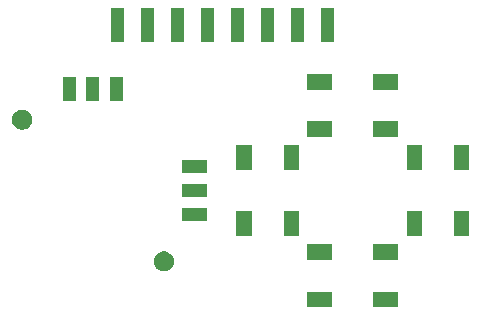
<source format=gts>
G04 #@! TF.GenerationSoftware,KiCad,Pcbnew,(5.1.5-0-10_14)*
G04 #@! TF.CreationDate,2020-08-30T09:08:57+09:00*
G04 #@! TF.ProjectId,BreadboardController,42726561-6462-46f6-9172-64436f6e7472,2.0*
G04 #@! TF.SameCoordinates,Original*
G04 #@! TF.FileFunction,Soldermask,Top*
G04 #@! TF.FilePolarity,Negative*
%FSLAX46Y46*%
G04 Gerber Fmt 4.6, Leading zero omitted, Abs format (unit mm)*
G04 Created by KiCad (PCBNEW (5.1.5-0-10_14)) date 2020-08-30 09:08:57*
%MOMM*%
%LPD*%
G04 APERTURE LIST*
%ADD10C,0.100000*%
G04 APERTURE END LIST*
D10*
G36*
X154851000Y-99851000D02*
G01*
X152749000Y-99851000D01*
X152749000Y-98549000D01*
X154851000Y-98549000D01*
X154851000Y-99851000D01*
G37*
G36*
X149251000Y-99851000D02*
G01*
X147149000Y-99851000D01*
X147149000Y-98549000D01*
X149251000Y-98549000D01*
X149251000Y-99851000D01*
G37*
G36*
X135248228Y-95181703D02*
G01*
X135403100Y-95245853D01*
X135542481Y-95338985D01*
X135661015Y-95457519D01*
X135754147Y-95596900D01*
X135818297Y-95751772D01*
X135851000Y-95916184D01*
X135851000Y-96083816D01*
X135818297Y-96248228D01*
X135754147Y-96403100D01*
X135661015Y-96542481D01*
X135542481Y-96661015D01*
X135403100Y-96754147D01*
X135248228Y-96818297D01*
X135083816Y-96851000D01*
X134916184Y-96851000D01*
X134751772Y-96818297D01*
X134596900Y-96754147D01*
X134457519Y-96661015D01*
X134338985Y-96542481D01*
X134245853Y-96403100D01*
X134181703Y-96248228D01*
X134149000Y-96083816D01*
X134149000Y-95916184D01*
X134181703Y-95751772D01*
X134245853Y-95596900D01*
X134338985Y-95457519D01*
X134457519Y-95338985D01*
X134596900Y-95245853D01*
X134751772Y-95181703D01*
X134916184Y-95149000D01*
X135083816Y-95149000D01*
X135248228Y-95181703D01*
G37*
G36*
X154851000Y-95851000D02*
G01*
X152749000Y-95851000D01*
X152749000Y-94549000D01*
X154851000Y-94549000D01*
X154851000Y-95851000D01*
G37*
G36*
X149251000Y-95851000D02*
G01*
X147149000Y-95851000D01*
X147149000Y-94549000D01*
X149251000Y-94549000D01*
X149251000Y-95851000D01*
G37*
G36*
X160851000Y-93851000D02*
G01*
X159549000Y-93851000D01*
X159549000Y-91749000D01*
X160851000Y-91749000D01*
X160851000Y-93851000D01*
G37*
G36*
X142451000Y-93851000D02*
G01*
X141149000Y-93851000D01*
X141149000Y-91749000D01*
X142451000Y-91749000D01*
X142451000Y-93851000D01*
G37*
G36*
X146451000Y-93851000D02*
G01*
X145149000Y-93851000D01*
X145149000Y-91749000D01*
X146451000Y-91749000D01*
X146451000Y-93851000D01*
G37*
G36*
X156851000Y-93851000D02*
G01*
X155549000Y-93851000D01*
X155549000Y-91749000D01*
X156851000Y-91749000D01*
X156851000Y-93851000D01*
G37*
G36*
X138651000Y-92551000D02*
G01*
X136549000Y-92551000D01*
X136549000Y-91449000D01*
X138651000Y-91449000D01*
X138651000Y-92551000D01*
G37*
G36*
X138651000Y-90551000D02*
G01*
X136549000Y-90551000D01*
X136549000Y-89449000D01*
X138651000Y-89449000D01*
X138651000Y-90551000D01*
G37*
G36*
X138651000Y-88551000D02*
G01*
X136549000Y-88551000D01*
X136549000Y-87449000D01*
X138651000Y-87449000D01*
X138651000Y-88551000D01*
G37*
G36*
X142451000Y-88251000D02*
G01*
X141149000Y-88251000D01*
X141149000Y-86149000D01*
X142451000Y-86149000D01*
X142451000Y-88251000D01*
G37*
G36*
X160851000Y-88251000D02*
G01*
X159549000Y-88251000D01*
X159549000Y-86149000D01*
X160851000Y-86149000D01*
X160851000Y-88251000D01*
G37*
G36*
X156851000Y-88251000D02*
G01*
X155549000Y-88251000D01*
X155549000Y-86149000D01*
X156851000Y-86149000D01*
X156851000Y-88251000D01*
G37*
G36*
X146451000Y-88251000D02*
G01*
X145149000Y-88251000D01*
X145149000Y-86149000D01*
X146451000Y-86149000D01*
X146451000Y-88251000D01*
G37*
G36*
X149251000Y-85451000D02*
G01*
X147149000Y-85451000D01*
X147149000Y-84149000D01*
X149251000Y-84149000D01*
X149251000Y-85451000D01*
G37*
G36*
X154851000Y-85451000D02*
G01*
X152749000Y-85451000D01*
X152749000Y-84149000D01*
X154851000Y-84149000D01*
X154851000Y-85451000D01*
G37*
G36*
X123248228Y-83181703D02*
G01*
X123403100Y-83245853D01*
X123542481Y-83338985D01*
X123661015Y-83457519D01*
X123754147Y-83596900D01*
X123818297Y-83751772D01*
X123851000Y-83916184D01*
X123851000Y-84083816D01*
X123818297Y-84248228D01*
X123754147Y-84403100D01*
X123661015Y-84542481D01*
X123542481Y-84661015D01*
X123403100Y-84754147D01*
X123248228Y-84818297D01*
X123083816Y-84851000D01*
X122916184Y-84851000D01*
X122751772Y-84818297D01*
X122596900Y-84754147D01*
X122457519Y-84661015D01*
X122338985Y-84542481D01*
X122245853Y-84403100D01*
X122181703Y-84248228D01*
X122149000Y-84083816D01*
X122149000Y-83916184D01*
X122181703Y-83751772D01*
X122245853Y-83596900D01*
X122338985Y-83457519D01*
X122457519Y-83338985D01*
X122596900Y-83245853D01*
X122751772Y-83181703D01*
X122916184Y-83149000D01*
X123083816Y-83149000D01*
X123248228Y-83181703D01*
G37*
G36*
X131551000Y-82451000D02*
G01*
X130449000Y-82451000D01*
X130449000Y-80349000D01*
X131551000Y-80349000D01*
X131551000Y-82451000D01*
G37*
G36*
X129551000Y-82451000D02*
G01*
X128449000Y-82451000D01*
X128449000Y-80349000D01*
X129551000Y-80349000D01*
X129551000Y-82451000D01*
G37*
G36*
X127551000Y-82451000D02*
G01*
X126449000Y-82451000D01*
X126449000Y-80349000D01*
X127551000Y-80349000D01*
X127551000Y-82451000D01*
G37*
G36*
X154851000Y-81451000D02*
G01*
X152749000Y-81451000D01*
X152749000Y-80149000D01*
X154851000Y-80149000D01*
X154851000Y-81451000D01*
G37*
G36*
X149251000Y-81451000D02*
G01*
X147149000Y-81451000D01*
X147149000Y-80149000D01*
X149251000Y-80149000D01*
X149251000Y-81451000D01*
G37*
G36*
X131661000Y-77450999D02*
G01*
X130559000Y-77450999D01*
X130559000Y-74549001D01*
X131661000Y-74549001D01*
X131661000Y-77450999D01*
G37*
G36*
X134201000Y-77450999D02*
G01*
X133099000Y-77450999D01*
X133099000Y-74549001D01*
X134201000Y-74549001D01*
X134201000Y-77450999D01*
G37*
G36*
X136741000Y-77450999D02*
G01*
X135639000Y-77450999D01*
X135639000Y-74549001D01*
X136741000Y-74549001D01*
X136741000Y-77450999D01*
G37*
G36*
X146901000Y-77450999D02*
G01*
X145799000Y-77450999D01*
X145799000Y-74549001D01*
X146901000Y-74549001D01*
X146901000Y-77450999D01*
G37*
G36*
X144361000Y-77450999D02*
G01*
X143259000Y-77450999D01*
X143259000Y-74549001D01*
X144361000Y-74549001D01*
X144361000Y-77450999D01*
G37*
G36*
X141821000Y-77450999D02*
G01*
X140719000Y-77450999D01*
X140719000Y-74549001D01*
X141821000Y-74549001D01*
X141821000Y-77450999D01*
G37*
G36*
X139281000Y-77450999D02*
G01*
X138179000Y-77450999D01*
X138179000Y-74549001D01*
X139281000Y-74549001D01*
X139281000Y-77450999D01*
G37*
G36*
X149441000Y-77450999D02*
G01*
X148339000Y-77450999D01*
X148339000Y-74549001D01*
X149441000Y-74549001D01*
X149441000Y-77450999D01*
G37*
M02*

</source>
